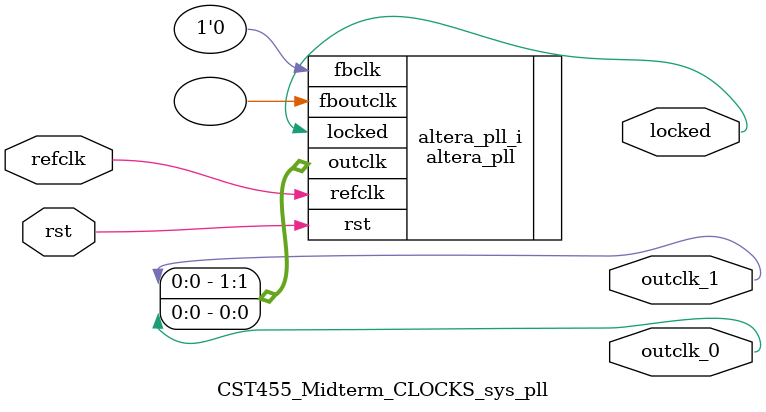
<source format=v>
`timescale 1ns/10ps
module  CST455_Midterm_CLOCKS_sys_pll(

	// interface 'refclk'
	input wire refclk,

	// interface 'reset'
	input wire rst,

	// interface 'outclk0'
	output wire outclk_0,

	// interface 'outclk1'
	output wire outclk_1,

	// interface 'locked'
	output wire locked
);

	altera_pll #(
		.fractional_vco_multiplier("false"),
		.reference_clock_frequency("50.0 MHz"),
		.operation_mode("direct"),
		.number_of_clocks(2),
		.output_clock_frequency0("50.000000 MHz"),
		.phase_shift0("0 ps"),
		.duty_cycle0(50),
		.output_clock_frequency1("50.000000 MHz"),
		.phase_shift1("-3000 ps"),
		.duty_cycle1(50),
		.output_clock_frequency2("0 MHz"),
		.phase_shift2("0 ps"),
		.duty_cycle2(50),
		.output_clock_frequency3("0 MHz"),
		.phase_shift3("0 ps"),
		.duty_cycle3(50),
		.output_clock_frequency4("0 MHz"),
		.phase_shift4("0 ps"),
		.duty_cycle4(50),
		.output_clock_frequency5("0 MHz"),
		.phase_shift5("0 ps"),
		.duty_cycle5(50),
		.output_clock_frequency6("0 MHz"),
		.phase_shift6("0 ps"),
		.duty_cycle6(50),
		.output_clock_frequency7("0 MHz"),
		.phase_shift7("0 ps"),
		.duty_cycle7(50),
		.output_clock_frequency8("0 MHz"),
		.phase_shift8("0 ps"),
		.duty_cycle8(50),
		.output_clock_frequency9("0 MHz"),
		.phase_shift9("0 ps"),
		.duty_cycle9(50),
		.output_clock_frequency10("0 MHz"),
		.phase_shift10("0 ps"),
		.duty_cycle10(50),
		.output_clock_frequency11("0 MHz"),
		.phase_shift11("0 ps"),
		.duty_cycle11(50),
		.output_clock_frequency12("0 MHz"),
		.phase_shift12("0 ps"),
		.duty_cycle12(50),
		.output_clock_frequency13("0 MHz"),
		.phase_shift13("0 ps"),
		.duty_cycle13(50),
		.output_clock_frequency14("0 MHz"),
		.phase_shift14("0 ps"),
		.duty_cycle14(50),
		.output_clock_frequency15("0 MHz"),
		.phase_shift15("0 ps"),
		.duty_cycle15(50),
		.output_clock_frequency16("0 MHz"),
		.phase_shift16("0 ps"),
		.duty_cycle16(50),
		.output_clock_frequency17("0 MHz"),
		.phase_shift17("0 ps"),
		.duty_cycle17(50),
		.pll_type("General"),
		.pll_subtype("General")
	) altera_pll_i (
		.rst	(rst),
		.outclk	({outclk_1, outclk_0}),
		.locked	(locked),
		.fboutclk	( ),
		.fbclk	(1'b0),
		.refclk	(refclk)
	);
endmodule


</source>
